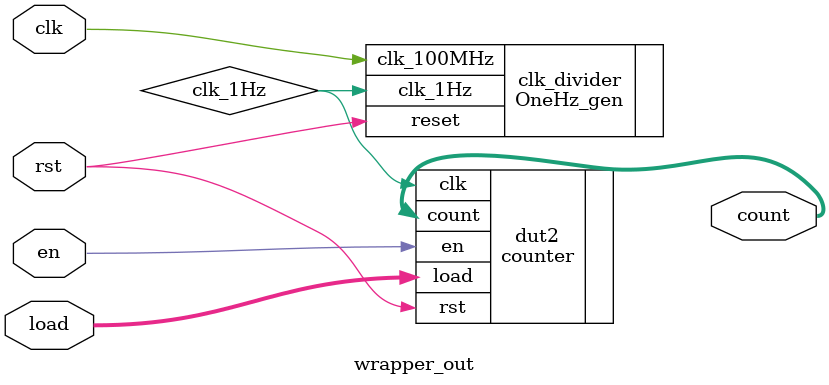
<source format=v>
`timescale 1ns / 1ps


module wrapper_out(
    input clk, 
    input rst,
    input en,
    input [7:0] load,
    output [7:0] count
    );
    
OneHz_gen clk_divider(
    .clk_100MHz(clk),
    .reset(rst),
    .clk_1Hz(clk_1Hz)
    );
    
counter dut2(
    .clk(clk_1Hz), 
    .rst(rst),
    .en(en),
    .load(load),
    .count(count)
    );
endmodule

</source>
